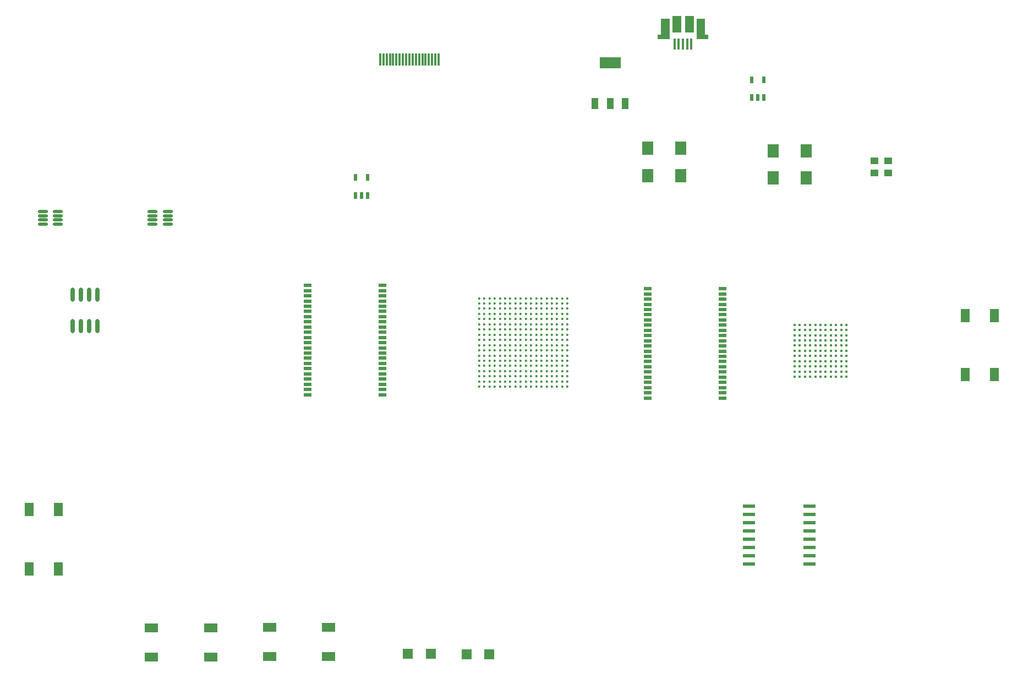
<source format=gtp>
G04 Layer_Color=8421504*
%FSLAX44Y44*%
%MOMM*%
G71*
G01*
G75*
%ADD10R,1.3000X1.1000*%
%ADD11R,1.8000X2.0000*%
%ADD12R,0.6000X1.0000*%
%ADD13R,1.0000X1.7500*%
%ADD14R,3.2500X1.7500*%
%ADD15O,0.6000X2.2000*%
%ADD16O,1.6000X0.4500*%
%ADD17C,0.4500*%
%ADD18R,1.8500X0.6000*%
%ADD19C,0.3600*%
%ADD20R,1.2000X0.5500*%
%ADD21R,2.1000X1.4000*%
%ADD22R,0.3000X1.9000*%
%ADD23R,1.4000X2.1000*%
%ADD24R,1.5000X1.5000*%
%ADD25R,0.4000X1.7500*%
%ADD26R,1.4250X2.5000*%
G36*
X998298Y963044D02*
X980048D01*
Y970044D01*
X985298D01*
Y994544D01*
X998298D01*
Y963044D01*
D02*
G37*
G36*
X1052798Y970044D02*
X1058048D01*
Y963044D01*
X1039798D01*
Y994544D01*
X1052798D01*
Y970044D01*
D02*
G37*
D10*
X1313795Y775961D02*
D03*
X1334795D02*
D03*
Y756961D02*
D03*
X1313795D02*
D03*
D11*
X1157585Y791341D02*
D03*
X1208385D02*
D03*
Y749341D02*
D03*
X1157585D02*
D03*
X964545Y753151D02*
D03*
X1015345D02*
D03*
Y795151D02*
D03*
X964545D02*
D03*
D12*
X515010Y722850D02*
D03*
X524510D02*
D03*
X534010D02*
D03*
Y750350D02*
D03*
X515010D02*
D03*
X1124610Y872960D02*
D03*
X1134110D02*
D03*
X1143610D02*
D03*
Y899960D02*
D03*
X1124610D02*
D03*
D13*
X883780Y864100D02*
D03*
X906780D02*
D03*
X929780D02*
D03*
D14*
X906780Y926600D02*
D03*
D15*
X118110Y570100D02*
D03*
X105410D02*
D03*
X92710D02*
D03*
X80010D02*
D03*
X118110Y522100D02*
D03*
X105410D02*
D03*
X92710D02*
D03*
X80010D02*
D03*
D16*
X203130Y698090D02*
D03*
Y691590D02*
D03*
Y685090D02*
D03*
Y678590D02*
D03*
X226130Y698090D02*
D03*
Y691590D02*
D03*
Y685090D02*
D03*
Y678590D02*
D03*
X34220Y698090D02*
D03*
Y691590D02*
D03*
Y685090D02*
D03*
Y678590D02*
D03*
X57220Y698090D02*
D03*
Y691590D02*
D03*
Y685090D02*
D03*
Y678590D02*
D03*
D17*
X1270630Y443870D02*
D03*
X1262630D02*
D03*
X1254630D02*
D03*
X1246630D02*
D03*
X1238630D02*
D03*
X1230630D02*
D03*
X1222630D02*
D03*
X1214630D02*
D03*
X1206630D02*
D03*
X1198630D02*
D03*
X1190630D02*
D03*
X1270630Y451870D02*
D03*
X1262630D02*
D03*
X1254630D02*
D03*
X1246630D02*
D03*
X1238630D02*
D03*
X1230630D02*
D03*
X1222630D02*
D03*
X1214630D02*
D03*
X1206630D02*
D03*
X1198630D02*
D03*
X1190630D02*
D03*
X1270630Y459870D02*
D03*
X1262630D02*
D03*
X1254630D02*
D03*
X1246630D02*
D03*
X1238630D02*
D03*
X1230630D02*
D03*
X1222630D02*
D03*
X1214630D02*
D03*
X1206630D02*
D03*
X1198630D02*
D03*
X1190630D02*
D03*
X1270630Y467870D02*
D03*
X1262630D02*
D03*
X1254630D02*
D03*
X1246630D02*
D03*
X1238630D02*
D03*
X1230630D02*
D03*
X1222630D02*
D03*
X1214630D02*
D03*
X1206630D02*
D03*
X1198630D02*
D03*
X1190630D02*
D03*
X1270630Y475870D02*
D03*
X1262630D02*
D03*
X1254630D02*
D03*
X1246630D02*
D03*
X1238630D02*
D03*
X1230630D02*
D03*
X1222630D02*
D03*
X1214630D02*
D03*
X1206630D02*
D03*
X1198630D02*
D03*
X1190630D02*
D03*
X1270630Y483870D02*
D03*
X1262630D02*
D03*
X1254630D02*
D03*
X1246630D02*
D03*
X1238630D02*
D03*
X1230630D02*
D03*
X1222630D02*
D03*
X1214630D02*
D03*
X1206630D02*
D03*
X1198630D02*
D03*
X1190630D02*
D03*
X1270630Y491870D02*
D03*
X1262630D02*
D03*
X1254630D02*
D03*
X1246630D02*
D03*
X1238630D02*
D03*
X1230630D02*
D03*
X1222630D02*
D03*
X1214630D02*
D03*
X1206630D02*
D03*
X1198630D02*
D03*
X1190630D02*
D03*
X1270630Y499870D02*
D03*
X1262630D02*
D03*
X1254630D02*
D03*
X1246630D02*
D03*
X1238630D02*
D03*
X1230630D02*
D03*
X1222630D02*
D03*
X1214630D02*
D03*
X1206630D02*
D03*
X1198630D02*
D03*
X1190630D02*
D03*
X1270630Y507870D02*
D03*
X1262630D02*
D03*
X1254630D02*
D03*
X1246630D02*
D03*
X1238630D02*
D03*
X1230630D02*
D03*
X1222630D02*
D03*
X1214630D02*
D03*
X1206630D02*
D03*
X1198630D02*
D03*
X1190630D02*
D03*
X1270630Y515870D02*
D03*
X1262630D02*
D03*
X1254630D02*
D03*
X1246630D02*
D03*
X1238630D02*
D03*
X1230630D02*
D03*
X1222630D02*
D03*
X1214630D02*
D03*
X1206630D02*
D03*
X1198630D02*
D03*
X1190630D02*
D03*
X1270630Y523870D02*
D03*
X1262630D02*
D03*
X1254630D02*
D03*
X1246630D02*
D03*
X1238630D02*
D03*
X1230630D02*
D03*
X1222630D02*
D03*
X1214630D02*
D03*
X1206630D02*
D03*
X1198630D02*
D03*
X1190630D02*
D03*
D18*
X1120380Y245110D02*
D03*
Y232410D02*
D03*
Y219710D02*
D03*
Y207010D02*
D03*
Y194310D02*
D03*
Y181610D02*
D03*
Y168910D02*
D03*
Y156210D02*
D03*
X1213880Y245110D02*
D03*
Y232410D02*
D03*
Y219710D02*
D03*
Y207010D02*
D03*
Y194310D02*
D03*
Y181610D02*
D03*
Y168910D02*
D03*
Y156210D02*
D03*
D19*
X705430Y564570D02*
D03*
X713430D02*
D03*
X721430D02*
D03*
X729430D02*
D03*
X737430D02*
D03*
X745430D02*
D03*
X753430D02*
D03*
X761430D02*
D03*
X769430D02*
D03*
X777430D02*
D03*
X785430D02*
D03*
X793430D02*
D03*
X801430D02*
D03*
X809430D02*
D03*
X817430D02*
D03*
X825430D02*
D03*
X833430D02*
D03*
X841430D02*
D03*
X705430Y556570D02*
D03*
X713430D02*
D03*
X721430D02*
D03*
X729430D02*
D03*
X737430D02*
D03*
X745430D02*
D03*
X753430D02*
D03*
X761430D02*
D03*
X769430D02*
D03*
X777430D02*
D03*
X785430D02*
D03*
X793430D02*
D03*
X801430D02*
D03*
X809430D02*
D03*
X817430D02*
D03*
X825430D02*
D03*
X833430D02*
D03*
X841430D02*
D03*
X705430Y548570D02*
D03*
X713430D02*
D03*
X721430D02*
D03*
X729430D02*
D03*
X737430D02*
D03*
X745430D02*
D03*
X753430D02*
D03*
X761430D02*
D03*
X769430D02*
D03*
X777430D02*
D03*
X785430D02*
D03*
X793430D02*
D03*
X801430D02*
D03*
X809430D02*
D03*
X817430D02*
D03*
X825430D02*
D03*
X833430D02*
D03*
X841430D02*
D03*
X705430Y540570D02*
D03*
X713430D02*
D03*
X721430D02*
D03*
X729430D02*
D03*
X737430D02*
D03*
X745430D02*
D03*
X753430D02*
D03*
X761430D02*
D03*
X769430D02*
D03*
X777430D02*
D03*
X785430D02*
D03*
X793430D02*
D03*
X801430D02*
D03*
X809430D02*
D03*
X817430D02*
D03*
X825430D02*
D03*
X833430D02*
D03*
X841430D02*
D03*
X705430Y532570D02*
D03*
X713430D02*
D03*
X721430D02*
D03*
X729430D02*
D03*
X737430D02*
D03*
X745430D02*
D03*
X753430D02*
D03*
X761430D02*
D03*
X769430D02*
D03*
X777430D02*
D03*
X785430D02*
D03*
X793430D02*
D03*
X801430D02*
D03*
X809430D02*
D03*
X817430D02*
D03*
X825430D02*
D03*
X833430D02*
D03*
X841430D02*
D03*
X705430Y524570D02*
D03*
X713430D02*
D03*
X721430D02*
D03*
X729430D02*
D03*
X737430D02*
D03*
X745430D02*
D03*
X753430D02*
D03*
X761430D02*
D03*
X769430D02*
D03*
X777430D02*
D03*
X785430D02*
D03*
X793430D02*
D03*
X801430D02*
D03*
X809430D02*
D03*
X817430D02*
D03*
X825430D02*
D03*
X833430D02*
D03*
X841430D02*
D03*
X705430Y516570D02*
D03*
X713430D02*
D03*
X721430D02*
D03*
X729430D02*
D03*
X737430D02*
D03*
X745430D02*
D03*
X753430D02*
D03*
X761430D02*
D03*
X769430D02*
D03*
X777430D02*
D03*
X785430D02*
D03*
X793430D02*
D03*
X801430D02*
D03*
X809430D02*
D03*
X817430D02*
D03*
X825430D02*
D03*
X833430D02*
D03*
X841430D02*
D03*
X705430Y508570D02*
D03*
X713430D02*
D03*
X721430D02*
D03*
X729430D02*
D03*
X737430D02*
D03*
X745430D02*
D03*
X753430D02*
D03*
X761430D02*
D03*
X769430D02*
D03*
X777430D02*
D03*
X785430D02*
D03*
X793430D02*
D03*
X801430D02*
D03*
X809430D02*
D03*
X817430D02*
D03*
X825430D02*
D03*
X833430D02*
D03*
X841430D02*
D03*
X705430Y500570D02*
D03*
X713430D02*
D03*
X721430D02*
D03*
X729430D02*
D03*
X737430D02*
D03*
X745430D02*
D03*
X753430D02*
D03*
X761430D02*
D03*
X769430D02*
D03*
X777430D02*
D03*
X785430D02*
D03*
X793430D02*
D03*
X801430D02*
D03*
X809430D02*
D03*
X817430D02*
D03*
X825430D02*
D03*
X833430D02*
D03*
X841430D02*
D03*
X705430Y492570D02*
D03*
X713430D02*
D03*
X721430D02*
D03*
X729430D02*
D03*
X737430D02*
D03*
X745430D02*
D03*
X753430D02*
D03*
X761430D02*
D03*
X769430D02*
D03*
X777430D02*
D03*
X785430D02*
D03*
X793430D02*
D03*
X801430D02*
D03*
X809430D02*
D03*
X817430D02*
D03*
X825430D02*
D03*
X833430D02*
D03*
X841430D02*
D03*
X705430Y484570D02*
D03*
X713430D02*
D03*
X721430D02*
D03*
X729430D02*
D03*
X737430D02*
D03*
X745430D02*
D03*
X753430D02*
D03*
X761430D02*
D03*
X769430D02*
D03*
X777430D02*
D03*
X785430D02*
D03*
X793430D02*
D03*
X801430D02*
D03*
X809430D02*
D03*
X817430D02*
D03*
X825430D02*
D03*
X833430D02*
D03*
X841430D02*
D03*
X705430Y476570D02*
D03*
X713430D02*
D03*
X721430D02*
D03*
X729430D02*
D03*
X737430D02*
D03*
X745430D02*
D03*
X753430D02*
D03*
X761430D02*
D03*
X769430D02*
D03*
X777430D02*
D03*
X785430D02*
D03*
X793430D02*
D03*
X801430D02*
D03*
X809430D02*
D03*
X817430D02*
D03*
X825430D02*
D03*
X833430D02*
D03*
X841430D02*
D03*
X705430Y468570D02*
D03*
X713430D02*
D03*
X721430D02*
D03*
X729430D02*
D03*
X737430D02*
D03*
X745430D02*
D03*
X753430D02*
D03*
X761430D02*
D03*
X769430D02*
D03*
X777430D02*
D03*
X785430D02*
D03*
X793430D02*
D03*
X801430D02*
D03*
X809430D02*
D03*
X817430D02*
D03*
X825430D02*
D03*
X833430D02*
D03*
X841430D02*
D03*
X705430Y460570D02*
D03*
X713430D02*
D03*
X721430D02*
D03*
X729430D02*
D03*
X737430D02*
D03*
X745430D02*
D03*
X753430D02*
D03*
X761430D02*
D03*
X769430D02*
D03*
X777430D02*
D03*
X785430D02*
D03*
X793430D02*
D03*
X801430D02*
D03*
X809430D02*
D03*
X817430D02*
D03*
X825430D02*
D03*
X833430D02*
D03*
X841430D02*
D03*
X705430Y452570D02*
D03*
X713430D02*
D03*
X721430D02*
D03*
X729430D02*
D03*
X737430D02*
D03*
X745430D02*
D03*
X753430D02*
D03*
X761430D02*
D03*
X769430D02*
D03*
X777430D02*
D03*
X785430D02*
D03*
X793430D02*
D03*
X801430D02*
D03*
X809430D02*
D03*
X817430D02*
D03*
X825430D02*
D03*
X833430D02*
D03*
X841430D02*
D03*
X705430Y444570D02*
D03*
X713430D02*
D03*
X721430D02*
D03*
X729430D02*
D03*
X737430D02*
D03*
X745430D02*
D03*
X753430D02*
D03*
X761430D02*
D03*
X769430D02*
D03*
X777430D02*
D03*
X785430D02*
D03*
X793430D02*
D03*
X801430D02*
D03*
X809430D02*
D03*
X817430D02*
D03*
X825430D02*
D03*
X833430D02*
D03*
X841430D02*
D03*
X705430Y436570D02*
D03*
X713430D02*
D03*
X721430D02*
D03*
X729430D02*
D03*
X737430D02*
D03*
X745430D02*
D03*
X753430D02*
D03*
X761430D02*
D03*
X769430D02*
D03*
X777430D02*
D03*
X785430D02*
D03*
X793430D02*
D03*
X801430D02*
D03*
X809430D02*
D03*
X817430D02*
D03*
X825430D02*
D03*
X833430D02*
D03*
X841430D02*
D03*
X705430Y428570D02*
D03*
X713430D02*
D03*
X721430D02*
D03*
X729430D02*
D03*
X737430D02*
D03*
X745430D02*
D03*
X753430D02*
D03*
X761430D02*
D03*
X769430D02*
D03*
X777430D02*
D03*
X785430D02*
D03*
X793430D02*
D03*
X801430D02*
D03*
X809430D02*
D03*
X817430D02*
D03*
X825430D02*
D03*
X833430D02*
D03*
X841430D02*
D03*
D20*
X556610Y416380D02*
D03*
Y424380D02*
D03*
Y432380D02*
D03*
Y440380D02*
D03*
Y448380D02*
D03*
Y456380D02*
D03*
Y464380D02*
D03*
Y472380D02*
D03*
Y480380D02*
D03*
Y488380D02*
D03*
Y496380D02*
D03*
Y504380D02*
D03*
Y512380D02*
D03*
Y520380D02*
D03*
Y528380D02*
D03*
Y536380D02*
D03*
Y544380D02*
D03*
Y552380D02*
D03*
Y560380D02*
D03*
Y568380D02*
D03*
Y576380D02*
D03*
Y584380D02*
D03*
X441610Y416380D02*
D03*
Y424380D02*
D03*
Y432380D02*
D03*
Y440380D02*
D03*
Y448380D02*
D03*
Y456380D02*
D03*
Y464380D02*
D03*
Y472380D02*
D03*
Y480380D02*
D03*
Y488380D02*
D03*
Y496380D02*
D03*
Y504380D02*
D03*
Y512380D02*
D03*
Y520380D02*
D03*
Y528380D02*
D03*
Y536380D02*
D03*
Y544380D02*
D03*
Y552380D02*
D03*
Y560380D02*
D03*
Y568380D02*
D03*
Y576380D02*
D03*
Y584380D02*
D03*
X1079850Y411300D02*
D03*
Y419300D02*
D03*
Y427300D02*
D03*
Y435300D02*
D03*
Y443300D02*
D03*
Y451300D02*
D03*
Y459300D02*
D03*
Y467300D02*
D03*
Y475300D02*
D03*
Y483300D02*
D03*
Y491300D02*
D03*
Y499300D02*
D03*
Y507300D02*
D03*
Y515300D02*
D03*
Y523300D02*
D03*
Y531300D02*
D03*
Y539300D02*
D03*
Y547300D02*
D03*
Y555300D02*
D03*
Y563300D02*
D03*
Y571300D02*
D03*
Y579300D02*
D03*
X964850Y411300D02*
D03*
Y419300D02*
D03*
Y427300D02*
D03*
Y435300D02*
D03*
Y443300D02*
D03*
Y451300D02*
D03*
Y459300D02*
D03*
Y467300D02*
D03*
Y475300D02*
D03*
Y483300D02*
D03*
Y491300D02*
D03*
Y499300D02*
D03*
Y507300D02*
D03*
Y515300D02*
D03*
Y523300D02*
D03*
Y531300D02*
D03*
Y539300D02*
D03*
Y547300D02*
D03*
Y555300D02*
D03*
Y563300D02*
D03*
Y571300D02*
D03*
Y579300D02*
D03*
D21*
X201100Y57700D02*
D03*
X292100D02*
D03*
Y12700D02*
D03*
X201100D02*
D03*
X382710Y58970D02*
D03*
X473710D02*
D03*
Y13970D02*
D03*
X382710D02*
D03*
D22*
X643100Y931610D02*
D03*
X638100D02*
D03*
X633100D02*
D03*
X628100D02*
D03*
X623100D02*
D03*
X618100D02*
D03*
X613100D02*
D03*
X608100D02*
D03*
X603100D02*
D03*
X598100D02*
D03*
X593100D02*
D03*
X588100D02*
D03*
X583100D02*
D03*
X578100D02*
D03*
X573100D02*
D03*
X568100D02*
D03*
X563100D02*
D03*
X553100D02*
D03*
X558100D02*
D03*
D23*
X1497880Y538040D02*
D03*
Y447040D02*
D03*
X1452880D02*
D03*
Y538040D02*
D03*
X57700Y239590D02*
D03*
Y148590D02*
D03*
X12700D02*
D03*
Y239590D02*
D03*
D24*
X630950Y17900D02*
D03*
X595950D02*
D03*
X721050Y17700D02*
D03*
X686050D02*
D03*
D25*
X1006048Y955294D02*
D03*
X1012548D02*
D03*
X1019048D02*
D03*
X1025548D02*
D03*
X1032048D02*
D03*
D26*
X1028673Y986044D02*
D03*
X1009423D02*
D03*
M02*

</source>
